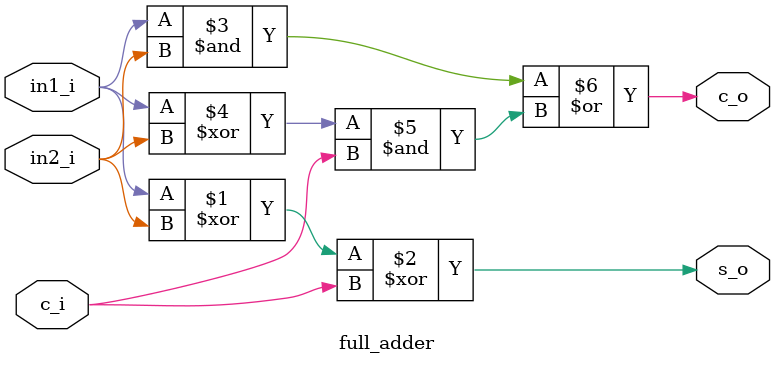
<source format=sv>

module full_adder (
    input           in1_i,
    input           in2_i,
    input           c_i,
    output  logic   s_o,
    output  logic   c_o
);

    assign s_o = (in1_i ^ in2_i) ^ (c_i);
    assign c_o = (in1_i & in2_i) | ((in1_i ^ in2_i) & c_i);

endmodule

</source>
